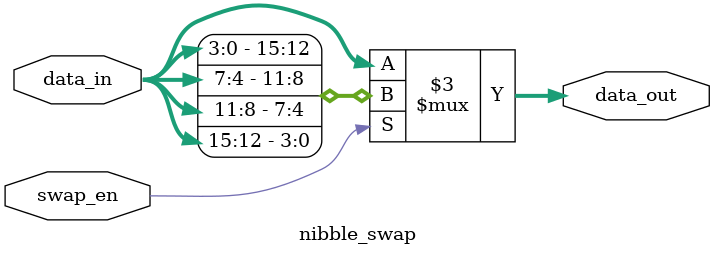
<source format=sv>
module nibble_swap(
    input [15:0] data_in,
    input swap_en,
    output reg [15:0] data_out
);
    always @(*) begin
        if (swap_en)  // Swap nibbles: [D3|D2|D1|D0] -> [D0|D1|D2|D3]
            data_out = {data_in[3:0], data_in[7:4], data_in[11:8], data_in[15:12]};
        else
            data_out = data_in;
    end
endmodule
</source>
